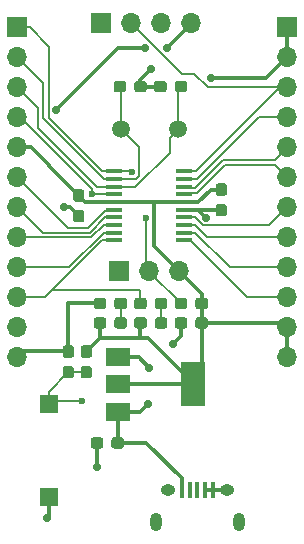
<source format=gbr>
%TF.GenerationSoftware,KiCad,Pcbnew,5.1.0*%
%TF.CreationDate,2019-06-23T04:01:33+08:00*%
%TF.ProjectId,stm32_fxp6,73746d33-325f-4667-9870-362e6b696361,rev?*%
%TF.SameCoordinates,Original*%
%TF.FileFunction,Copper,L1,Top*%
%TF.FilePolarity,Positive*%
%FSLAX46Y46*%
G04 Gerber Fmt 4.6, Leading zero omitted, Abs format (unit mm)*
G04 Created by KiCad (PCBNEW 5.1.0) date 2019-06-23 04:01:33*
%MOMM*%
%LPD*%
G04 APERTURE LIST*
%ADD10O,1.000000X1.550000*%
%ADD11O,1.250000X0.950000*%
%ADD12R,0.400000X1.350000*%
%ADD13O,1.700000X1.700000*%
%ADD14R,1.700000X1.700000*%
%ADD15R,1.500000X1.500000*%
%ADD16C,0.350000*%
%ADD17C,0.950000*%
%ADD18C,1.500000*%
%ADD19R,1.450000X0.450000*%
%ADD20R,2.000000X3.800000*%
%ADD21R,2.000000X1.500000*%
%ADD22C,0.700000*%
%ADD23C,0.600000*%
%ADD24C,0.300000*%
%ADD25C,0.200000*%
%ADD26C,0.350000*%
%ADD27C,0.300000*%
%ADD28O,0.500000X1.150000*%
%ADD29O,0.850000X0.550000*%
G04 APERTURE END LIST*
D10*
X85542000Y-73867000D03*
X78542000Y-73867000D03*
D11*
X84542000Y-71167000D03*
X79542000Y-71167000D03*
D12*
X83342000Y-71167000D03*
X82692000Y-71167000D03*
X82042000Y-71167000D03*
X81392000Y-71167000D03*
X80742000Y-71167000D03*
D13*
X66802000Y-59944000D03*
X66802000Y-57404000D03*
X66802000Y-54864000D03*
X66802000Y-52324000D03*
X66802000Y-49784000D03*
X66802000Y-47244000D03*
X66802000Y-44704000D03*
X66802000Y-42164000D03*
X66802000Y-39624000D03*
X66802000Y-37084000D03*
X66802000Y-34544000D03*
D14*
X66802000Y-32004000D03*
X89662000Y-32004000D03*
D13*
X89662000Y-34544000D03*
X89662000Y-37084000D03*
X89662000Y-39624000D03*
X89662000Y-42164000D03*
X89662000Y-44704000D03*
X89662000Y-47244000D03*
X89662000Y-49784000D03*
X89662000Y-52324000D03*
X89662000Y-54864000D03*
X89662000Y-57404000D03*
X89662000Y-59944000D03*
D15*
X69469000Y-63918000D03*
X69469000Y-71718000D03*
D16*
G36*
X72269779Y-47468144D02*
G01*
X72292834Y-47471563D01*
X72315443Y-47477227D01*
X72337387Y-47485079D01*
X72358457Y-47495044D01*
X72378448Y-47507026D01*
X72397168Y-47520910D01*
X72414438Y-47536562D01*
X72430090Y-47553832D01*
X72443974Y-47572552D01*
X72455956Y-47592543D01*
X72465921Y-47613613D01*
X72473773Y-47635557D01*
X72479437Y-47658166D01*
X72482856Y-47681221D01*
X72484000Y-47704500D01*
X72484000Y-48279500D01*
X72482856Y-48302779D01*
X72479437Y-48325834D01*
X72473773Y-48348443D01*
X72465921Y-48370387D01*
X72455956Y-48391457D01*
X72443974Y-48411448D01*
X72430090Y-48430168D01*
X72414438Y-48447438D01*
X72397168Y-48463090D01*
X72378448Y-48476974D01*
X72358457Y-48488956D01*
X72337387Y-48498921D01*
X72315443Y-48506773D01*
X72292834Y-48512437D01*
X72269779Y-48515856D01*
X72246500Y-48517000D01*
X71771500Y-48517000D01*
X71748221Y-48515856D01*
X71725166Y-48512437D01*
X71702557Y-48506773D01*
X71680613Y-48498921D01*
X71659543Y-48488956D01*
X71639552Y-48476974D01*
X71620832Y-48463090D01*
X71603562Y-48447438D01*
X71587910Y-48430168D01*
X71574026Y-48411448D01*
X71562044Y-48391457D01*
X71552079Y-48370387D01*
X71544227Y-48348443D01*
X71538563Y-48325834D01*
X71535144Y-48302779D01*
X71534000Y-48279500D01*
X71534000Y-47704500D01*
X71535144Y-47681221D01*
X71538563Y-47658166D01*
X71544227Y-47635557D01*
X71552079Y-47613613D01*
X71562044Y-47592543D01*
X71574026Y-47572552D01*
X71587910Y-47553832D01*
X71603562Y-47536562D01*
X71620832Y-47520910D01*
X71639552Y-47507026D01*
X71659543Y-47495044D01*
X71680613Y-47485079D01*
X71702557Y-47477227D01*
X71725166Y-47471563D01*
X71748221Y-47468144D01*
X71771500Y-47467000D01*
X72246500Y-47467000D01*
X72269779Y-47468144D01*
X72269779Y-47468144D01*
G37*
D17*
X72009000Y-47992000D03*
D16*
G36*
X72269779Y-45718144D02*
G01*
X72292834Y-45721563D01*
X72315443Y-45727227D01*
X72337387Y-45735079D01*
X72358457Y-45745044D01*
X72378448Y-45757026D01*
X72397168Y-45770910D01*
X72414438Y-45786562D01*
X72430090Y-45803832D01*
X72443974Y-45822552D01*
X72455956Y-45842543D01*
X72465921Y-45863613D01*
X72473773Y-45885557D01*
X72479437Y-45908166D01*
X72482856Y-45931221D01*
X72484000Y-45954500D01*
X72484000Y-46529500D01*
X72482856Y-46552779D01*
X72479437Y-46575834D01*
X72473773Y-46598443D01*
X72465921Y-46620387D01*
X72455956Y-46641457D01*
X72443974Y-46661448D01*
X72430090Y-46680168D01*
X72414438Y-46697438D01*
X72397168Y-46713090D01*
X72378448Y-46726974D01*
X72358457Y-46738956D01*
X72337387Y-46748921D01*
X72315443Y-46756773D01*
X72292834Y-46762437D01*
X72269779Y-46765856D01*
X72246500Y-46767000D01*
X71771500Y-46767000D01*
X71748221Y-46765856D01*
X71725166Y-46762437D01*
X71702557Y-46756773D01*
X71680613Y-46748921D01*
X71659543Y-46738956D01*
X71639552Y-46726974D01*
X71620832Y-46713090D01*
X71603562Y-46697438D01*
X71587910Y-46680168D01*
X71574026Y-46661448D01*
X71562044Y-46641457D01*
X71552079Y-46620387D01*
X71544227Y-46598443D01*
X71538563Y-46575834D01*
X71535144Y-46552779D01*
X71534000Y-46529500D01*
X71534000Y-45954500D01*
X71535144Y-45931221D01*
X71538563Y-45908166D01*
X71544227Y-45885557D01*
X71552079Y-45863613D01*
X71562044Y-45842543D01*
X71574026Y-45822552D01*
X71587910Y-45803832D01*
X71603562Y-45786562D01*
X71620832Y-45770910D01*
X71639552Y-45757026D01*
X71659543Y-45745044D01*
X71680613Y-45735079D01*
X71702557Y-45727227D01*
X71725166Y-45721563D01*
X71748221Y-45718144D01*
X71771500Y-45717000D01*
X72246500Y-45717000D01*
X72269779Y-45718144D01*
X72269779Y-45718144D01*
G37*
D17*
X72009000Y-46242000D03*
D16*
G36*
X75793767Y-36535672D02*
G01*
X75816822Y-36539091D01*
X75839431Y-36544755D01*
X75861375Y-36552607D01*
X75882445Y-36562572D01*
X75902436Y-36574554D01*
X75921156Y-36588438D01*
X75938426Y-36604090D01*
X75954078Y-36621360D01*
X75967962Y-36640080D01*
X75979944Y-36660071D01*
X75989909Y-36681141D01*
X75997761Y-36703085D01*
X76003425Y-36725694D01*
X76006844Y-36748749D01*
X76007988Y-36772028D01*
X76007988Y-37247028D01*
X76006844Y-37270307D01*
X76003425Y-37293362D01*
X75997761Y-37315971D01*
X75989909Y-37337915D01*
X75979944Y-37358985D01*
X75967962Y-37378976D01*
X75954078Y-37397696D01*
X75938426Y-37414966D01*
X75921156Y-37430618D01*
X75902436Y-37444502D01*
X75882445Y-37456484D01*
X75861375Y-37466449D01*
X75839431Y-37474301D01*
X75816822Y-37479965D01*
X75793767Y-37483384D01*
X75770488Y-37484528D01*
X75195488Y-37484528D01*
X75172209Y-37483384D01*
X75149154Y-37479965D01*
X75126545Y-37474301D01*
X75104601Y-37466449D01*
X75083531Y-37456484D01*
X75063540Y-37444502D01*
X75044820Y-37430618D01*
X75027550Y-37414966D01*
X75011898Y-37397696D01*
X74998014Y-37378976D01*
X74986032Y-37358985D01*
X74976067Y-37337915D01*
X74968215Y-37315971D01*
X74962551Y-37293362D01*
X74959132Y-37270307D01*
X74957988Y-37247028D01*
X74957988Y-36772028D01*
X74959132Y-36748749D01*
X74962551Y-36725694D01*
X74968215Y-36703085D01*
X74976067Y-36681141D01*
X74986032Y-36660071D01*
X74998014Y-36640080D01*
X75011898Y-36621360D01*
X75027550Y-36604090D01*
X75044820Y-36588438D01*
X75063540Y-36574554D01*
X75083531Y-36562572D01*
X75104601Y-36552607D01*
X75126545Y-36544755D01*
X75149154Y-36539091D01*
X75172209Y-36535672D01*
X75195488Y-36534528D01*
X75770488Y-36534528D01*
X75793767Y-36535672D01*
X75793767Y-36535672D01*
G37*
D17*
X75482988Y-37009528D03*
D16*
G36*
X77543767Y-36535672D02*
G01*
X77566822Y-36539091D01*
X77589431Y-36544755D01*
X77611375Y-36552607D01*
X77632445Y-36562572D01*
X77652436Y-36574554D01*
X77671156Y-36588438D01*
X77688426Y-36604090D01*
X77704078Y-36621360D01*
X77717962Y-36640080D01*
X77729944Y-36660071D01*
X77739909Y-36681141D01*
X77747761Y-36703085D01*
X77753425Y-36725694D01*
X77756844Y-36748749D01*
X77757988Y-36772028D01*
X77757988Y-37247028D01*
X77756844Y-37270307D01*
X77753425Y-37293362D01*
X77747761Y-37315971D01*
X77739909Y-37337915D01*
X77729944Y-37358985D01*
X77717962Y-37378976D01*
X77704078Y-37397696D01*
X77688426Y-37414966D01*
X77671156Y-37430618D01*
X77652436Y-37444502D01*
X77632445Y-37456484D01*
X77611375Y-37466449D01*
X77589431Y-37474301D01*
X77566822Y-37479965D01*
X77543767Y-37483384D01*
X77520488Y-37484528D01*
X76945488Y-37484528D01*
X76922209Y-37483384D01*
X76899154Y-37479965D01*
X76876545Y-37474301D01*
X76854601Y-37466449D01*
X76833531Y-37456484D01*
X76813540Y-37444502D01*
X76794820Y-37430618D01*
X76777550Y-37414966D01*
X76761898Y-37397696D01*
X76748014Y-37378976D01*
X76736032Y-37358985D01*
X76726067Y-37337915D01*
X76718215Y-37315971D01*
X76712551Y-37293362D01*
X76709132Y-37270307D01*
X76707988Y-37247028D01*
X76707988Y-36772028D01*
X76709132Y-36748749D01*
X76712551Y-36725694D01*
X76718215Y-36703085D01*
X76726067Y-36681141D01*
X76736032Y-36660071D01*
X76748014Y-36640080D01*
X76761898Y-36621360D01*
X76777550Y-36604090D01*
X76794820Y-36588438D01*
X76813540Y-36574554D01*
X76833531Y-36562572D01*
X76854601Y-36552607D01*
X76876545Y-36544755D01*
X76899154Y-36539091D01*
X76922209Y-36535672D01*
X76945488Y-36534528D01*
X77520488Y-36534528D01*
X77543767Y-36535672D01*
X77543767Y-36535672D01*
G37*
D17*
X77232988Y-37009528D03*
D16*
G36*
X79222767Y-36535672D02*
G01*
X79245822Y-36539091D01*
X79268431Y-36544755D01*
X79290375Y-36552607D01*
X79311445Y-36562572D01*
X79331436Y-36574554D01*
X79350156Y-36588438D01*
X79367426Y-36604090D01*
X79383078Y-36621360D01*
X79396962Y-36640080D01*
X79408944Y-36660071D01*
X79418909Y-36681141D01*
X79426761Y-36703085D01*
X79432425Y-36725694D01*
X79435844Y-36748749D01*
X79436988Y-36772028D01*
X79436988Y-37247028D01*
X79435844Y-37270307D01*
X79432425Y-37293362D01*
X79426761Y-37315971D01*
X79418909Y-37337915D01*
X79408944Y-37358985D01*
X79396962Y-37378976D01*
X79383078Y-37397696D01*
X79367426Y-37414966D01*
X79350156Y-37430618D01*
X79331436Y-37444502D01*
X79311445Y-37456484D01*
X79290375Y-37466449D01*
X79268431Y-37474301D01*
X79245822Y-37479965D01*
X79222767Y-37483384D01*
X79199488Y-37484528D01*
X78624488Y-37484528D01*
X78601209Y-37483384D01*
X78578154Y-37479965D01*
X78555545Y-37474301D01*
X78533601Y-37466449D01*
X78512531Y-37456484D01*
X78492540Y-37444502D01*
X78473820Y-37430618D01*
X78456550Y-37414966D01*
X78440898Y-37397696D01*
X78427014Y-37378976D01*
X78415032Y-37358985D01*
X78405067Y-37337915D01*
X78397215Y-37315971D01*
X78391551Y-37293362D01*
X78388132Y-37270307D01*
X78386988Y-37247028D01*
X78386988Y-36772028D01*
X78388132Y-36748749D01*
X78391551Y-36725694D01*
X78397215Y-36703085D01*
X78405067Y-36681141D01*
X78415032Y-36660071D01*
X78427014Y-36640080D01*
X78440898Y-36621360D01*
X78456550Y-36604090D01*
X78473820Y-36588438D01*
X78492540Y-36574554D01*
X78512531Y-36562572D01*
X78533601Y-36552607D01*
X78555545Y-36544755D01*
X78578154Y-36539091D01*
X78601209Y-36535672D01*
X78624488Y-36534528D01*
X79199488Y-36534528D01*
X79222767Y-36535672D01*
X79222767Y-36535672D01*
G37*
D17*
X78911988Y-37009528D03*
D16*
G36*
X80972767Y-36535672D02*
G01*
X80995822Y-36539091D01*
X81018431Y-36544755D01*
X81040375Y-36552607D01*
X81061445Y-36562572D01*
X81081436Y-36574554D01*
X81100156Y-36588438D01*
X81117426Y-36604090D01*
X81133078Y-36621360D01*
X81146962Y-36640080D01*
X81158944Y-36660071D01*
X81168909Y-36681141D01*
X81176761Y-36703085D01*
X81182425Y-36725694D01*
X81185844Y-36748749D01*
X81186988Y-36772028D01*
X81186988Y-37247028D01*
X81185844Y-37270307D01*
X81182425Y-37293362D01*
X81176761Y-37315971D01*
X81168909Y-37337915D01*
X81158944Y-37358985D01*
X81146962Y-37378976D01*
X81133078Y-37397696D01*
X81117426Y-37414966D01*
X81100156Y-37430618D01*
X81081436Y-37444502D01*
X81061445Y-37456484D01*
X81040375Y-37466449D01*
X81018431Y-37474301D01*
X80995822Y-37479965D01*
X80972767Y-37483384D01*
X80949488Y-37484528D01*
X80374488Y-37484528D01*
X80351209Y-37483384D01*
X80328154Y-37479965D01*
X80305545Y-37474301D01*
X80283601Y-37466449D01*
X80262531Y-37456484D01*
X80242540Y-37444502D01*
X80223820Y-37430618D01*
X80206550Y-37414966D01*
X80190898Y-37397696D01*
X80177014Y-37378976D01*
X80165032Y-37358985D01*
X80155067Y-37337915D01*
X80147215Y-37315971D01*
X80141551Y-37293362D01*
X80138132Y-37270307D01*
X80136988Y-37247028D01*
X80136988Y-36772028D01*
X80138132Y-36748749D01*
X80141551Y-36725694D01*
X80147215Y-36703085D01*
X80155067Y-36681141D01*
X80165032Y-36660071D01*
X80177014Y-36640080D01*
X80190898Y-36621360D01*
X80206550Y-36604090D01*
X80223820Y-36588438D01*
X80242540Y-36574554D01*
X80262531Y-36562572D01*
X80283601Y-36552607D01*
X80305545Y-36544755D01*
X80328154Y-36539091D01*
X80351209Y-36535672D01*
X80374488Y-36534528D01*
X80949488Y-36534528D01*
X80972767Y-36535672D01*
X80972767Y-36535672D01*
G37*
D17*
X80661988Y-37009528D03*
D16*
G36*
X71380779Y-58926144D02*
G01*
X71403834Y-58929563D01*
X71426443Y-58935227D01*
X71448387Y-58943079D01*
X71469457Y-58953044D01*
X71489448Y-58965026D01*
X71508168Y-58978910D01*
X71525438Y-58994562D01*
X71541090Y-59011832D01*
X71554974Y-59030552D01*
X71566956Y-59050543D01*
X71576921Y-59071613D01*
X71584773Y-59093557D01*
X71590437Y-59116166D01*
X71593856Y-59139221D01*
X71595000Y-59162500D01*
X71595000Y-59737500D01*
X71593856Y-59760779D01*
X71590437Y-59783834D01*
X71584773Y-59806443D01*
X71576921Y-59828387D01*
X71566956Y-59849457D01*
X71554974Y-59869448D01*
X71541090Y-59888168D01*
X71525438Y-59905438D01*
X71508168Y-59921090D01*
X71489448Y-59934974D01*
X71469457Y-59946956D01*
X71448387Y-59956921D01*
X71426443Y-59964773D01*
X71403834Y-59970437D01*
X71380779Y-59973856D01*
X71357500Y-59975000D01*
X70882500Y-59975000D01*
X70859221Y-59973856D01*
X70836166Y-59970437D01*
X70813557Y-59964773D01*
X70791613Y-59956921D01*
X70770543Y-59946956D01*
X70750552Y-59934974D01*
X70731832Y-59921090D01*
X70714562Y-59905438D01*
X70698910Y-59888168D01*
X70685026Y-59869448D01*
X70673044Y-59849457D01*
X70663079Y-59828387D01*
X70655227Y-59806443D01*
X70649563Y-59783834D01*
X70646144Y-59760779D01*
X70645000Y-59737500D01*
X70645000Y-59162500D01*
X70646144Y-59139221D01*
X70649563Y-59116166D01*
X70655227Y-59093557D01*
X70663079Y-59071613D01*
X70673044Y-59050543D01*
X70685026Y-59030552D01*
X70698910Y-59011832D01*
X70714562Y-58994562D01*
X70731832Y-58978910D01*
X70750552Y-58965026D01*
X70770543Y-58953044D01*
X70791613Y-58943079D01*
X70813557Y-58935227D01*
X70836166Y-58929563D01*
X70859221Y-58926144D01*
X70882500Y-58925000D01*
X71357500Y-58925000D01*
X71380779Y-58926144D01*
X71380779Y-58926144D01*
G37*
D17*
X71120000Y-59450000D03*
D16*
G36*
X71380779Y-60676144D02*
G01*
X71403834Y-60679563D01*
X71426443Y-60685227D01*
X71448387Y-60693079D01*
X71469457Y-60703044D01*
X71489448Y-60715026D01*
X71508168Y-60728910D01*
X71525438Y-60744562D01*
X71541090Y-60761832D01*
X71554974Y-60780552D01*
X71566956Y-60800543D01*
X71576921Y-60821613D01*
X71584773Y-60843557D01*
X71590437Y-60866166D01*
X71593856Y-60889221D01*
X71595000Y-60912500D01*
X71595000Y-61487500D01*
X71593856Y-61510779D01*
X71590437Y-61533834D01*
X71584773Y-61556443D01*
X71576921Y-61578387D01*
X71566956Y-61599457D01*
X71554974Y-61619448D01*
X71541090Y-61638168D01*
X71525438Y-61655438D01*
X71508168Y-61671090D01*
X71489448Y-61684974D01*
X71469457Y-61696956D01*
X71448387Y-61706921D01*
X71426443Y-61714773D01*
X71403834Y-61720437D01*
X71380779Y-61723856D01*
X71357500Y-61725000D01*
X70882500Y-61725000D01*
X70859221Y-61723856D01*
X70836166Y-61720437D01*
X70813557Y-61714773D01*
X70791613Y-61706921D01*
X70770543Y-61696956D01*
X70750552Y-61684974D01*
X70731832Y-61671090D01*
X70714562Y-61655438D01*
X70698910Y-61638168D01*
X70685026Y-61619448D01*
X70673044Y-61599457D01*
X70663079Y-61578387D01*
X70655227Y-61556443D01*
X70649563Y-61533834D01*
X70646144Y-61510779D01*
X70645000Y-61487500D01*
X70645000Y-60912500D01*
X70646144Y-60889221D01*
X70649563Y-60866166D01*
X70655227Y-60843557D01*
X70663079Y-60821613D01*
X70673044Y-60800543D01*
X70685026Y-60780552D01*
X70698910Y-60761832D01*
X70714562Y-60744562D01*
X70731832Y-60728910D01*
X70750552Y-60715026D01*
X70770543Y-60703044D01*
X70791613Y-60693079D01*
X70813557Y-60685227D01*
X70836166Y-60679563D01*
X70859221Y-60676144D01*
X70882500Y-60675000D01*
X71357500Y-60675000D01*
X71380779Y-60676144D01*
X71380779Y-60676144D01*
G37*
D17*
X71120000Y-61200000D03*
D16*
G36*
X73857779Y-66709144D02*
G01*
X73880834Y-66712563D01*
X73903443Y-66718227D01*
X73925387Y-66726079D01*
X73946457Y-66736044D01*
X73966448Y-66748026D01*
X73985168Y-66761910D01*
X74002438Y-66777562D01*
X74018090Y-66794832D01*
X74031974Y-66813552D01*
X74043956Y-66833543D01*
X74053921Y-66854613D01*
X74061773Y-66876557D01*
X74067437Y-66899166D01*
X74070856Y-66922221D01*
X74072000Y-66945500D01*
X74072000Y-67420500D01*
X74070856Y-67443779D01*
X74067437Y-67466834D01*
X74061773Y-67489443D01*
X74053921Y-67511387D01*
X74043956Y-67532457D01*
X74031974Y-67552448D01*
X74018090Y-67571168D01*
X74002438Y-67588438D01*
X73985168Y-67604090D01*
X73966448Y-67617974D01*
X73946457Y-67629956D01*
X73925387Y-67639921D01*
X73903443Y-67647773D01*
X73880834Y-67653437D01*
X73857779Y-67656856D01*
X73834500Y-67658000D01*
X73259500Y-67658000D01*
X73236221Y-67656856D01*
X73213166Y-67653437D01*
X73190557Y-67647773D01*
X73168613Y-67639921D01*
X73147543Y-67629956D01*
X73127552Y-67617974D01*
X73108832Y-67604090D01*
X73091562Y-67588438D01*
X73075910Y-67571168D01*
X73062026Y-67552448D01*
X73050044Y-67532457D01*
X73040079Y-67511387D01*
X73032227Y-67489443D01*
X73026563Y-67466834D01*
X73023144Y-67443779D01*
X73022000Y-67420500D01*
X73022000Y-66945500D01*
X73023144Y-66922221D01*
X73026563Y-66899166D01*
X73032227Y-66876557D01*
X73040079Y-66854613D01*
X73050044Y-66833543D01*
X73062026Y-66813552D01*
X73075910Y-66794832D01*
X73091562Y-66777562D01*
X73108832Y-66761910D01*
X73127552Y-66748026D01*
X73147543Y-66736044D01*
X73168613Y-66726079D01*
X73190557Y-66718227D01*
X73213166Y-66712563D01*
X73236221Y-66709144D01*
X73259500Y-66708000D01*
X73834500Y-66708000D01*
X73857779Y-66709144D01*
X73857779Y-66709144D01*
G37*
D17*
X73547000Y-67183000D03*
D16*
G36*
X75607779Y-66709144D02*
G01*
X75630834Y-66712563D01*
X75653443Y-66718227D01*
X75675387Y-66726079D01*
X75696457Y-66736044D01*
X75716448Y-66748026D01*
X75735168Y-66761910D01*
X75752438Y-66777562D01*
X75768090Y-66794832D01*
X75781974Y-66813552D01*
X75793956Y-66833543D01*
X75803921Y-66854613D01*
X75811773Y-66876557D01*
X75817437Y-66899166D01*
X75820856Y-66922221D01*
X75822000Y-66945500D01*
X75822000Y-67420500D01*
X75820856Y-67443779D01*
X75817437Y-67466834D01*
X75811773Y-67489443D01*
X75803921Y-67511387D01*
X75793956Y-67532457D01*
X75781974Y-67552448D01*
X75768090Y-67571168D01*
X75752438Y-67588438D01*
X75735168Y-67604090D01*
X75716448Y-67617974D01*
X75696457Y-67629956D01*
X75675387Y-67639921D01*
X75653443Y-67647773D01*
X75630834Y-67653437D01*
X75607779Y-67656856D01*
X75584500Y-67658000D01*
X75009500Y-67658000D01*
X74986221Y-67656856D01*
X74963166Y-67653437D01*
X74940557Y-67647773D01*
X74918613Y-67639921D01*
X74897543Y-67629956D01*
X74877552Y-67617974D01*
X74858832Y-67604090D01*
X74841562Y-67588438D01*
X74825910Y-67571168D01*
X74812026Y-67552448D01*
X74800044Y-67532457D01*
X74790079Y-67511387D01*
X74782227Y-67489443D01*
X74776563Y-67466834D01*
X74773144Y-67443779D01*
X74772000Y-67420500D01*
X74772000Y-66945500D01*
X74773144Y-66922221D01*
X74776563Y-66899166D01*
X74782227Y-66876557D01*
X74790079Y-66854613D01*
X74800044Y-66833543D01*
X74812026Y-66813552D01*
X74825910Y-66794832D01*
X74841562Y-66777562D01*
X74858832Y-66761910D01*
X74877552Y-66748026D01*
X74897543Y-66736044D01*
X74918613Y-66726079D01*
X74940557Y-66718227D01*
X74963166Y-66712563D01*
X74986221Y-66709144D01*
X75009500Y-66708000D01*
X75584500Y-66708000D01*
X75607779Y-66709144D01*
X75607779Y-66709144D01*
G37*
D17*
X75297000Y-67183000D03*
D16*
G36*
X80969779Y-56549144D02*
G01*
X80992834Y-56552563D01*
X81015443Y-56558227D01*
X81037387Y-56566079D01*
X81058457Y-56576044D01*
X81078448Y-56588026D01*
X81097168Y-56601910D01*
X81114438Y-56617562D01*
X81130090Y-56634832D01*
X81143974Y-56653552D01*
X81155956Y-56673543D01*
X81165921Y-56694613D01*
X81173773Y-56716557D01*
X81179437Y-56739166D01*
X81182856Y-56762221D01*
X81184000Y-56785500D01*
X81184000Y-57260500D01*
X81182856Y-57283779D01*
X81179437Y-57306834D01*
X81173773Y-57329443D01*
X81165921Y-57351387D01*
X81155956Y-57372457D01*
X81143974Y-57392448D01*
X81130090Y-57411168D01*
X81114438Y-57428438D01*
X81097168Y-57444090D01*
X81078448Y-57457974D01*
X81058457Y-57469956D01*
X81037387Y-57479921D01*
X81015443Y-57487773D01*
X80992834Y-57493437D01*
X80969779Y-57496856D01*
X80946500Y-57498000D01*
X80371500Y-57498000D01*
X80348221Y-57496856D01*
X80325166Y-57493437D01*
X80302557Y-57487773D01*
X80280613Y-57479921D01*
X80259543Y-57469956D01*
X80239552Y-57457974D01*
X80220832Y-57444090D01*
X80203562Y-57428438D01*
X80187910Y-57411168D01*
X80174026Y-57392448D01*
X80162044Y-57372457D01*
X80152079Y-57351387D01*
X80144227Y-57329443D01*
X80138563Y-57306834D01*
X80135144Y-57283779D01*
X80134000Y-57260500D01*
X80134000Y-56785500D01*
X80135144Y-56762221D01*
X80138563Y-56739166D01*
X80144227Y-56716557D01*
X80152079Y-56694613D01*
X80162044Y-56673543D01*
X80174026Y-56653552D01*
X80187910Y-56634832D01*
X80203562Y-56617562D01*
X80220832Y-56601910D01*
X80239552Y-56588026D01*
X80259543Y-56576044D01*
X80280613Y-56566079D01*
X80302557Y-56558227D01*
X80325166Y-56552563D01*
X80348221Y-56549144D01*
X80371500Y-56548000D01*
X80946500Y-56548000D01*
X80969779Y-56549144D01*
X80969779Y-56549144D01*
G37*
D17*
X80659000Y-57023000D03*
D16*
G36*
X82719779Y-56549144D02*
G01*
X82742834Y-56552563D01*
X82765443Y-56558227D01*
X82787387Y-56566079D01*
X82808457Y-56576044D01*
X82828448Y-56588026D01*
X82847168Y-56601910D01*
X82864438Y-56617562D01*
X82880090Y-56634832D01*
X82893974Y-56653552D01*
X82905956Y-56673543D01*
X82915921Y-56694613D01*
X82923773Y-56716557D01*
X82929437Y-56739166D01*
X82932856Y-56762221D01*
X82934000Y-56785500D01*
X82934000Y-57260500D01*
X82932856Y-57283779D01*
X82929437Y-57306834D01*
X82923773Y-57329443D01*
X82915921Y-57351387D01*
X82905956Y-57372457D01*
X82893974Y-57392448D01*
X82880090Y-57411168D01*
X82864438Y-57428438D01*
X82847168Y-57444090D01*
X82828448Y-57457974D01*
X82808457Y-57469956D01*
X82787387Y-57479921D01*
X82765443Y-57487773D01*
X82742834Y-57493437D01*
X82719779Y-57496856D01*
X82696500Y-57498000D01*
X82121500Y-57498000D01*
X82098221Y-57496856D01*
X82075166Y-57493437D01*
X82052557Y-57487773D01*
X82030613Y-57479921D01*
X82009543Y-57469956D01*
X81989552Y-57457974D01*
X81970832Y-57444090D01*
X81953562Y-57428438D01*
X81937910Y-57411168D01*
X81924026Y-57392448D01*
X81912044Y-57372457D01*
X81902079Y-57351387D01*
X81894227Y-57329443D01*
X81888563Y-57306834D01*
X81885144Y-57283779D01*
X81884000Y-57260500D01*
X81884000Y-56785500D01*
X81885144Y-56762221D01*
X81888563Y-56739166D01*
X81894227Y-56716557D01*
X81902079Y-56694613D01*
X81912044Y-56673543D01*
X81924026Y-56653552D01*
X81937910Y-56634832D01*
X81953562Y-56617562D01*
X81970832Y-56601910D01*
X81989552Y-56588026D01*
X82009543Y-56576044D01*
X82030613Y-56566079D01*
X82052557Y-56558227D01*
X82075166Y-56552563D01*
X82098221Y-56549144D01*
X82121500Y-56548000D01*
X82696500Y-56548000D01*
X82719779Y-56549144D01*
X82719779Y-56549144D01*
G37*
D17*
X82409000Y-57023000D03*
D16*
G36*
X84334779Y-46960144D02*
G01*
X84357834Y-46963563D01*
X84380443Y-46969227D01*
X84402387Y-46977079D01*
X84423457Y-46987044D01*
X84443448Y-46999026D01*
X84462168Y-47012910D01*
X84479438Y-47028562D01*
X84495090Y-47045832D01*
X84508974Y-47064552D01*
X84520956Y-47084543D01*
X84530921Y-47105613D01*
X84538773Y-47127557D01*
X84544437Y-47150166D01*
X84547856Y-47173221D01*
X84549000Y-47196500D01*
X84549000Y-47771500D01*
X84547856Y-47794779D01*
X84544437Y-47817834D01*
X84538773Y-47840443D01*
X84530921Y-47862387D01*
X84520956Y-47883457D01*
X84508974Y-47903448D01*
X84495090Y-47922168D01*
X84479438Y-47939438D01*
X84462168Y-47955090D01*
X84443448Y-47968974D01*
X84423457Y-47980956D01*
X84402387Y-47990921D01*
X84380443Y-47998773D01*
X84357834Y-48004437D01*
X84334779Y-48007856D01*
X84311500Y-48009000D01*
X83836500Y-48009000D01*
X83813221Y-48007856D01*
X83790166Y-48004437D01*
X83767557Y-47998773D01*
X83745613Y-47990921D01*
X83724543Y-47980956D01*
X83704552Y-47968974D01*
X83685832Y-47955090D01*
X83668562Y-47939438D01*
X83652910Y-47922168D01*
X83639026Y-47903448D01*
X83627044Y-47883457D01*
X83617079Y-47862387D01*
X83609227Y-47840443D01*
X83603563Y-47817834D01*
X83600144Y-47794779D01*
X83599000Y-47771500D01*
X83599000Y-47196500D01*
X83600144Y-47173221D01*
X83603563Y-47150166D01*
X83609227Y-47127557D01*
X83617079Y-47105613D01*
X83627044Y-47084543D01*
X83639026Y-47064552D01*
X83652910Y-47045832D01*
X83668562Y-47028562D01*
X83685832Y-47012910D01*
X83704552Y-46999026D01*
X83724543Y-46987044D01*
X83745613Y-46977079D01*
X83767557Y-46969227D01*
X83790166Y-46963563D01*
X83813221Y-46960144D01*
X83836500Y-46959000D01*
X84311500Y-46959000D01*
X84334779Y-46960144D01*
X84334779Y-46960144D01*
G37*
D17*
X84074000Y-47484000D03*
D16*
G36*
X84334779Y-45210144D02*
G01*
X84357834Y-45213563D01*
X84380443Y-45219227D01*
X84402387Y-45227079D01*
X84423457Y-45237044D01*
X84443448Y-45249026D01*
X84462168Y-45262910D01*
X84479438Y-45278562D01*
X84495090Y-45295832D01*
X84508974Y-45314552D01*
X84520956Y-45334543D01*
X84530921Y-45355613D01*
X84538773Y-45377557D01*
X84544437Y-45400166D01*
X84547856Y-45423221D01*
X84549000Y-45446500D01*
X84549000Y-46021500D01*
X84547856Y-46044779D01*
X84544437Y-46067834D01*
X84538773Y-46090443D01*
X84530921Y-46112387D01*
X84520956Y-46133457D01*
X84508974Y-46153448D01*
X84495090Y-46172168D01*
X84479438Y-46189438D01*
X84462168Y-46205090D01*
X84443448Y-46218974D01*
X84423457Y-46230956D01*
X84402387Y-46240921D01*
X84380443Y-46248773D01*
X84357834Y-46254437D01*
X84334779Y-46257856D01*
X84311500Y-46259000D01*
X83836500Y-46259000D01*
X83813221Y-46257856D01*
X83790166Y-46254437D01*
X83767557Y-46248773D01*
X83745613Y-46240921D01*
X83724543Y-46230956D01*
X83704552Y-46218974D01*
X83685832Y-46205090D01*
X83668562Y-46189438D01*
X83652910Y-46172168D01*
X83639026Y-46153448D01*
X83627044Y-46133457D01*
X83617079Y-46112387D01*
X83609227Y-46090443D01*
X83603563Y-46067834D01*
X83600144Y-46044779D01*
X83599000Y-46021500D01*
X83599000Y-45446500D01*
X83600144Y-45423221D01*
X83603563Y-45400166D01*
X83609227Y-45377557D01*
X83617079Y-45355613D01*
X83627044Y-45334543D01*
X83639026Y-45314552D01*
X83652910Y-45295832D01*
X83668562Y-45278562D01*
X83685832Y-45262910D01*
X83704552Y-45249026D01*
X83724543Y-45237044D01*
X83745613Y-45227079D01*
X83767557Y-45219227D01*
X83790166Y-45213563D01*
X83813221Y-45210144D01*
X83836500Y-45209000D01*
X84311500Y-45209000D01*
X84334779Y-45210144D01*
X84334779Y-45210144D01*
G37*
D17*
X84074000Y-45734000D03*
D14*
X75438000Y-52641500D03*
D13*
X77978000Y-52641500D03*
X80518000Y-52641500D03*
D14*
X73914000Y-31623000D03*
D13*
X76454000Y-31623000D03*
X78994000Y-31623000D03*
X81534000Y-31623000D03*
D18*
X75565000Y-40640000D03*
X80445000Y-40640000D03*
D16*
G36*
X75861779Y-54898144D02*
G01*
X75884834Y-54901563D01*
X75907443Y-54907227D01*
X75929387Y-54915079D01*
X75950457Y-54925044D01*
X75970448Y-54937026D01*
X75989168Y-54950910D01*
X76006438Y-54966562D01*
X76022090Y-54983832D01*
X76035974Y-55002552D01*
X76047956Y-55022543D01*
X76057921Y-55043613D01*
X76065773Y-55065557D01*
X76071437Y-55088166D01*
X76074856Y-55111221D01*
X76076000Y-55134500D01*
X76076000Y-55609500D01*
X76074856Y-55632779D01*
X76071437Y-55655834D01*
X76065773Y-55678443D01*
X76057921Y-55700387D01*
X76047956Y-55721457D01*
X76035974Y-55741448D01*
X76022090Y-55760168D01*
X76006438Y-55777438D01*
X75989168Y-55793090D01*
X75970448Y-55806974D01*
X75950457Y-55818956D01*
X75929387Y-55828921D01*
X75907443Y-55836773D01*
X75884834Y-55842437D01*
X75861779Y-55845856D01*
X75838500Y-55847000D01*
X75263500Y-55847000D01*
X75240221Y-55845856D01*
X75217166Y-55842437D01*
X75194557Y-55836773D01*
X75172613Y-55828921D01*
X75151543Y-55818956D01*
X75131552Y-55806974D01*
X75112832Y-55793090D01*
X75095562Y-55777438D01*
X75079910Y-55760168D01*
X75066026Y-55741448D01*
X75054044Y-55721457D01*
X75044079Y-55700387D01*
X75036227Y-55678443D01*
X75030563Y-55655834D01*
X75027144Y-55632779D01*
X75026000Y-55609500D01*
X75026000Y-55134500D01*
X75027144Y-55111221D01*
X75030563Y-55088166D01*
X75036227Y-55065557D01*
X75044079Y-55043613D01*
X75054044Y-55022543D01*
X75066026Y-55002552D01*
X75079910Y-54983832D01*
X75095562Y-54966562D01*
X75112832Y-54950910D01*
X75131552Y-54937026D01*
X75151543Y-54925044D01*
X75172613Y-54915079D01*
X75194557Y-54907227D01*
X75217166Y-54901563D01*
X75240221Y-54898144D01*
X75263500Y-54897000D01*
X75838500Y-54897000D01*
X75861779Y-54898144D01*
X75861779Y-54898144D01*
G37*
D17*
X75551000Y-55372000D03*
D16*
G36*
X74111779Y-54898144D02*
G01*
X74134834Y-54901563D01*
X74157443Y-54907227D01*
X74179387Y-54915079D01*
X74200457Y-54925044D01*
X74220448Y-54937026D01*
X74239168Y-54950910D01*
X74256438Y-54966562D01*
X74272090Y-54983832D01*
X74285974Y-55002552D01*
X74297956Y-55022543D01*
X74307921Y-55043613D01*
X74315773Y-55065557D01*
X74321437Y-55088166D01*
X74324856Y-55111221D01*
X74326000Y-55134500D01*
X74326000Y-55609500D01*
X74324856Y-55632779D01*
X74321437Y-55655834D01*
X74315773Y-55678443D01*
X74307921Y-55700387D01*
X74297956Y-55721457D01*
X74285974Y-55741448D01*
X74272090Y-55760168D01*
X74256438Y-55777438D01*
X74239168Y-55793090D01*
X74220448Y-55806974D01*
X74200457Y-55818956D01*
X74179387Y-55828921D01*
X74157443Y-55836773D01*
X74134834Y-55842437D01*
X74111779Y-55845856D01*
X74088500Y-55847000D01*
X73513500Y-55847000D01*
X73490221Y-55845856D01*
X73467166Y-55842437D01*
X73444557Y-55836773D01*
X73422613Y-55828921D01*
X73401543Y-55818956D01*
X73381552Y-55806974D01*
X73362832Y-55793090D01*
X73345562Y-55777438D01*
X73329910Y-55760168D01*
X73316026Y-55741448D01*
X73304044Y-55721457D01*
X73294079Y-55700387D01*
X73286227Y-55678443D01*
X73280563Y-55655834D01*
X73277144Y-55632779D01*
X73276000Y-55609500D01*
X73276000Y-55134500D01*
X73277144Y-55111221D01*
X73280563Y-55088166D01*
X73286227Y-55065557D01*
X73294079Y-55043613D01*
X73304044Y-55022543D01*
X73316026Y-55002552D01*
X73329910Y-54983832D01*
X73345562Y-54966562D01*
X73362832Y-54950910D01*
X73381552Y-54937026D01*
X73401543Y-54925044D01*
X73422613Y-54915079D01*
X73444557Y-54907227D01*
X73467166Y-54901563D01*
X73490221Y-54898144D01*
X73513500Y-54897000D01*
X74088500Y-54897000D01*
X74111779Y-54898144D01*
X74111779Y-54898144D01*
G37*
D17*
X73801000Y-55372000D03*
D16*
G36*
X77540779Y-54898144D02*
G01*
X77563834Y-54901563D01*
X77586443Y-54907227D01*
X77608387Y-54915079D01*
X77629457Y-54925044D01*
X77649448Y-54937026D01*
X77668168Y-54950910D01*
X77685438Y-54966562D01*
X77701090Y-54983832D01*
X77714974Y-55002552D01*
X77726956Y-55022543D01*
X77736921Y-55043613D01*
X77744773Y-55065557D01*
X77750437Y-55088166D01*
X77753856Y-55111221D01*
X77755000Y-55134500D01*
X77755000Y-55609500D01*
X77753856Y-55632779D01*
X77750437Y-55655834D01*
X77744773Y-55678443D01*
X77736921Y-55700387D01*
X77726956Y-55721457D01*
X77714974Y-55741448D01*
X77701090Y-55760168D01*
X77685438Y-55777438D01*
X77668168Y-55793090D01*
X77649448Y-55806974D01*
X77629457Y-55818956D01*
X77608387Y-55828921D01*
X77586443Y-55836773D01*
X77563834Y-55842437D01*
X77540779Y-55845856D01*
X77517500Y-55847000D01*
X76942500Y-55847000D01*
X76919221Y-55845856D01*
X76896166Y-55842437D01*
X76873557Y-55836773D01*
X76851613Y-55828921D01*
X76830543Y-55818956D01*
X76810552Y-55806974D01*
X76791832Y-55793090D01*
X76774562Y-55777438D01*
X76758910Y-55760168D01*
X76745026Y-55741448D01*
X76733044Y-55721457D01*
X76723079Y-55700387D01*
X76715227Y-55678443D01*
X76709563Y-55655834D01*
X76706144Y-55632779D01*
X76705000Y-55609500D01*
X76705000Y-55134500D01*
X76706144Y-55111221D01*
X76709563Y-55088166D01*
X76715227Y-55065557D01*
X76723079Y-55043613D01*
X76733044Y-55022543D01*
X76745026Y-55002552D01*
X76758910Y-54983832D01*
X76774562Y-54966562D01*
X76791832Y-54950910D01*
X76810552Y-54937026D01*
X76830543Y-54925044D01*
X76851613Y-54915079D01*
X76873557Y-54907227D01*
X76896166Y-54901563D01*
X76919221Y-54898144D01*
X76942500Y-54897000D01*
X77517500Y-54897000D01*
X77540779Y-54898144D01*
X77540779Y-54898144D01*
G37*
D17*
X77230000Y-55372000D03*
D16*
G36*
X79290779Y-54898144D02*
G01*
X79313834Y-54901563D01*
X79336443Y-54907227D01*
X79358387Y-54915079D01*
X79379457Y-54925044D01*
X79399448Y-54937026D01*
X79418168Y-54950910D01*
X79435438Y-54966562D01*
X79451090Y-54983832D01*
X79464974Y-55002552D01*
X79476956Y-55022543D01*
X79486921Y-55043613D01*
X79494773Y-55065557D01*
X79500437Y-55088166D01*
X79503856Y-55111221D01*
X79505000Y-55134500D01*
X79505000Y-55609500D01*
X79503856Y-55632779D01*
X79500437Y-55655834D01*
X79494773Y-55678443D01*
X79486921Y-55700387D01*
X79476956Y-55721457D01*
X79464974Y-55741448D01*
X79451090Y-55760168D01*
X79435438Y-55777438D01*
X79418168Y-55793090D01*
X79399448Y-55806974D01*
X79379457Y-55818956D01*
X79358387Y-55828921D01*
X79336443Y-55836773D01*
X79313834Y-55842437D01*
X79290779Y-55845856D01*
X79267500Y-55847000D01*
X78692500Y-55847000D01*
X78669221Y-55845856D01*
X78646166Y-55842437D01*
X78623557Y-55836773D01*
X78601613Y-55828921D01*
X78580543Y-55818956D01*
X78560552Y-55806974D01*
X78541832Y-55793090D01*
X78524562Y-55777438D01*
X78508910Y-55760168D01*
X78495026Y-55741448D01*
X78483044Y-55721457D01*
X78473079Y-55700387D01*
X78465227Y-55678443D01*
X78459563Y-55655834D01*
X78456144Y-55632779D01*
X78455000Y-55609500D01*
X78455000Y-55134500D01*
X78456144Y-55111221D01*
X78459563Y-55088166D01*
X78465227Y-55065557D01*
X78473079Y-55043613D01*
X78483044Y-55022543D01*
X78495026Y-55002552D01*
X78508910Y-54983832D01*
X78524562Y-54966562D01*
X78541832Y-54950910D01*
X78560552Y-54937026D01*
X78580543Y-54925044D01*
X78601613Y-54915079D01*
X78623557Y-54907227D01*
X78646166Y-54901563D01*
X78669221Y-54898144D01*
X78692500Y-54897000D01*
X79267500Y-54897000D01*
X79290779Y-54898144D01*
X79290779Y-54898144D01*
G37*
D17*
X78980000Y-55372000D03*
D19*
X75028000Y-44192000D03*
X75028000Y-44842000D03*
X75028000Y-45492000D03*
X75028000Y-46142000D03*
X75028000Y-46792000D03*
X75028000Y-47442000D03*
X75028000Y-48092000D03*
X75028000Y-48742000D03*
X75028000Y-49392000D03*
X75028000Y-50042000D03*
X80928000Y-50042000D03*
X80928000Y-49392000D03*
X80928000Y-48742000D03*
X80928000Y-48092000D03*
X80928000Y-47442000D03*
X80928000Y-46792000D03*
X80928000Y-46142000D03*
X80928000Y-45492000D03*
X80928000Y-44842000D03*
X80928000Y-44192000D03*
D20*
X81636000Y-62230000D03*
D21*
X75336000Y-62230000D03*
X75336000Y-64530000D03*
X75336000Y-59930000D03*
D16*
G36*
X74111779Y-56549144D02*
G01*
X74134834Y-56552563D01*
X74157443Y-56558227D01*
X74179387Y-56566079D01*
X74200457Y-56576044D01*
X74220448Y-56588026D01*
X74239168Y-56601910D01*
X74256438Y-56617562D01*
X74272090Y-56634832D01*
X74285974Y-56653552D01*
X74297956Y-56673543D01*
X74307921Y-56694613D01*
X74315773Y-56716557D01*
X74321437Y-56739166D01*
X74324856Y-56762221D01*
X74326000Y-56785500D01*
X74326000Y-57260500D01*
X74324856Y-57283779D01*
X74321437Y-57306834D01*
X74315773Y-57329443D01*
X74307921Y-57351387D01*
X74297956Y-57372457D01*
X74285974Y-57392448D01*
X74272090Y-57411168D01*
X74256438Y-57428438D01*
X74239168Y-57444090D01*
X74220448Y-57457974D01*
X74200457Y-57469956D01*
X74179387Y-57479921D01*
X74157443Y-57487773D01*
X74134834Y-57493437D01*
X74111779Y-57496856D01*
X74088500Y-57498000D01*
X73513500Y-57498000D01*
X73490221Y-57496856D01*
X73467166Y-57493437D01*
X73444557Y-57487773D01*
X73422613Y-57479921D01*
X73401543Y-57469956D01*
X73381552Y-57457974D01*
X73362832Y-57444090D01*
X73345562Y-57428438D01*
X73329910Y-57411168D01*
X73316026Y-57392448D01*
X73304044Y-57372457D01*
X73294079Y-57351387D01*
X73286227Y-57329443D01*
X73280563Y-57306834D01*
X73277144Y-57283779D01*
X73276000Y-57260500D01*
X73276000Y-56785500D01*
X73277144Y-56762221D01*
X73280563Y-56739166D01*
X73286227Y-56716557D01*
X73294079Y-56694613D01*
X73304044Y-56673543D01*
X73316026Y-56653552D01*
X73329910Y-56634832D01*
X73345562Y-56617562D01*
X73362832Y-56601910D01*
X73381552Y-56588026D01*
X73401543Y-56576044D01*
X73422613Y-56566079D01*
X73444557Y-56558227D01*
X73467166Y-56552563D01*
X73490221Y-56549144D01*
X73513500Y-56548000D01*
X74088500Y-56548000D01*
X74111779Y-56549144D01*
X74111779Y-56549144D01*
G37*
D17*
X73801000Y-57023000D03*
D16*
G36*
X75861779Y-56549144D02*
G01*
X75884834Y-56552563D01*
X75907443Y-56558227D01*
X75929387Y-56566079D01*
X75950457Y-56576044D01*
X75970448Y-56588026D01*
X75989168Y-56601910D01*
X76006438Y-56617562D01*
X76022090Y-56634832D01*
X76035974Y-56653552D01*
X76047956Y-56673543D01*
X76057921Y-56694613D01*
X76065773Y-56716557D01*
X76071437Y-56739166D01*
X76074856Y-56762221D01*
X76076000Y-56785500D01*
X76076000Y-57260500D01*
X76074856Y-57283779D01*
X76071437Y-57306834D01*
X76065773Y-57329443D01*
X76057921Y-57351387D01*
X76047956Y-57372457D01*
X76035974Y-57392448D01*
X76022090Y-57411168D01*
X76006438Y-57428438D01*
X75989168Y-57444090D01*
X75970448Y-57457974D01*
X75950457Y-57469956D01*
X75929387Y-57479921D01*
X75907443Y-57487773D01*
X75884834Y-57493437D01*
X75861779Y-57496856D01*
X75838500Y-57498000D01*
X75263500Y-57498000D01*
X75240221Y-57496856D01*
X75217166Y-57493437D01*
X75194557Y-57487773D01*
X75172613Y-57479921D01*
X75151543Y-57469956D01*
X75131552Y-57457974D01*
X75112832Y-57444090D01*
X75095562Y-57428438D01*
X75079910Y-57411168D01*
X75066026Y-57392448D01*
X75054044Y-57372457D01*
X75044079Y-57351387D01*
X75036227Y-57329443D01*
X75030563Y-57306834D01*
X75027144Y-57283779D01*
X75026000Y-57260500D01*
X75026000Y-56785500D01*
X75027144Y-56762221D01*
X75030563Y-56739166D01*
X75036227Y-56716557D01*
X75044079Y-56694613D01*
X75054044Y-56673543D01*
X75066026Y-56653552D01*
X75079910Y-56634832D01*
X75095562Y-56617562D01*
X75112832Y-56601910D01*
X75131552Y-56588026D01*
X75151543Y-56576044D01*
X75172613Y-56566079D01*
X75194557Y-56558227D01*
X75217166Y-56552563D01*
X75240221Y-56549144D01*
X75263500Y-56548000D01*
X75838500Y-56548000D01*
X75861779Y-56549144D01*
X75861779Y-56549144D01*
G37*
D17*
X75551000Y-57023000D03*
D16*
G36*
X82719779Y-54898144D02*
G01*
X82742834Y-54901563D01*
X82765443Y-54907227D01*
X82787387Y-54915079D01*
X82808457Y-54925044D01*
X82828448Y-54937026D01*
X82847168Y-54950910D01*
X82864438Y-54966562D01*
X82880090Y-54983832D01*
X82893974Y-55002552D01*
X82905956Y-55022543D01*
X82915921Y-55043613D01*
X82923773Y-55065557D01*
X82929437Y-55088166D01*
X82932856Y-55111221D01*
X82934000Y-55134500D01*
X82934000Y-55609500D01*
X82932856Y-55632779D01*
X82929437Y-55655834D01*
X82923773Y-55678443D01*
X82915921Y-55700387D01*
X82905956Y-55721457D01*
X82893974Y-55741448D01*
X82880090Y-55760168D01*
X82864438Y-55777438D01*
X82847168Y-55793090D01*
X82828448Y-55806974D01*
X82808457Y-55818956D01*
X82787387Y-55828921D01*
X82765443Y-55836773D01*
X82742834Y-55842437D01*
X82719779Y-55845856D01*
X82696500Y-55847000D01*
X82121500Y-55847000D01*
X82098221Y-55845856D01*
X82075166Y-55842437D01*
X82052557Y-55836773D01*
X82030613Y-55828921D01*
X82009543Y-55818956D01*
X81989552Y-55806974D01*
X81970832Y-55793090D01*
X81953562Y-55777438D01*
X81937910Y-55760168D01*
X81924026Y-55741448D01*
X81912044Y-55721457D01*
X81902079Y-55700387D01*
X81894227Y-55678443D01*
X81888563Y-55655834D01*
X81885144Y-55632779D01*
X81884000Y-55609500D01*
X81884000Y-55134500D01*
X81885144Y-55111221D01*
X81888563Y-55088166D01*
X81894227Y-55065557D01*
X81902079Y-55043613D01*
X81912044Y-55022543D01*
X81924026Y-55002552D01*
X81937910Y-54983832D01*
X81953562Y-54966562D01*
X81970832Y-54950910D01*
X81989552Y-54937026D01*
X82009543Y-54925044D01*
X82030613Y-54915079D01*
X82052557Y-54907227D01*
X82075166Y-54901563D01*
X82098221Y-54898144D01*
X82121500Y-54897000D01*
X82696500Y-54897000D01*
X82719779Y-54898144D01*
X82719779Y-54898144D01*
G37*
D17*
X82409000Y-55372000D03*
D16*
G36*
X80969779Y-54898144D02*
G01*
X80992834Y-54901563D01*
X81015443Y-54907227D01*
X81037387Y-54915079D01*
X81058457Y-54925044D01*
X81078448Y-54937026D01*
X81097168Y-54950910D01*
X81114438Y-54966562D01*
X81130090Y-54983832D01*
X81143974Y-55002552D01*
X81155956Y-55022543D01*
X81165921Y-55043613D01*
X81173773Y-55065557D01*
X81179437Y-55088166D01*
X81182856Y-55111221D01*
X81184000Y-55134500D01*
X81184000Y-55609500D01*
X81182856Y-55632779D01*
X81179437Y-55655834D01*
X81173773Y-55678443D01*
X81165921Y-55700387D01*
X81155956Y-55721457D01*
X81143974Y-55741448D01*
X81130090Y-55760168D01*
X81114438Y-55777438D01*
X81097168Y-55793090D01*
X81078448Y-55806974D01*
X81058457Y-55818956D01*
X81037387Y-55828921D01*
X81015443Y-55836773D01*
X80992834Y-55842437D01*
X80969779Y-55845856D01*
X80946500Y-55847000D01*
X80371500Y-55847000D01*
X80348221Y-55845856D01*
X80325166Y-55842437D01*
X80302557Y-55836773D01*
X80280613Y-55828921D01*
X80259543Y-55818956D01*
X80239552Y-55806974D01*
X80220832Y-55793090D01*
X80203562Y-55777438D01*
X80187910Y-55760168D01*
X80174026Y-55741448D01*
X80162044Y-55721457D01*
X80152079Y-55700387D01*
X80144227Y-55678443D01*
X80138563Y-55655834D01*
X80135144Y-55632779D01*
X80134000Y-55609500D01*
X80134000Y-55134500D01*
X80135144Y-55111221D01*
X80138563Y-55088166D01*
X80144227Y-55065557D01*
X80152079Y-55043613D01*
X80162044Y-55022543D01*
X80174026Y-55002552D01*
X80187910Y-54983832D01*
X80203562Y-54966562D01*
X80220832Y-54950910D01*
X80239552Y-54937026D01*
X80259543Y-54925044D01*
X80280613Y-54915079D01*
X80302557Y-54907227D01*
X80325166Y-54901563D01*
X80348221Y-54898144D01*
X80371500Y-54897000D01*
X80946500Y-54897000D01*
X80969779Y-54898144D01*
X80969779Y-54898144D01*
G37*
D17*
X80659000Y-55372000D03*
D16*
G36*
X72904779Y-60676144D02*
G01*
X72927834Y-60679563D01*
X72950443Y-60685227D01*
X72972387Y-60693079D01*
X72993457Y-60703044D01*
X73013448Y-60715026D01*
X73032168Y-60728910D01*
X73049438Y-60744562D01*
X73065090Y-60761832D01*
X73078974Y-60780552D01*
X73090956Y-60800543D01*
X73100921Y-60821613D01*
X73108773Y-60843557D01*
X73114437Y-60866166D01*
X73117856Y-60889221D01*
X73119000Y-60912500D01*
X73119000Y-61487500D01*
X73117856Y-61510779D01*
X73114437Y-61533834D01*
X73108773Y-61556443D01*
X73100921Y-61578387D01*
X73090956Y-61599457D01*
X73078974Y-61619448D01*
X73065090Y-61638168D01*
X73049438Y-61655438D01*
X73032168Y-61671090D01*
X73013448Y-61684974D01*
X72993457Y-61696956D01*
X72972387Y-61706921D01*
X72950443Y-61714773D01*
X72927834Y-61720437D01*
X72904779Y-61723856D01*
X72881500Y-61725000D01*
X72406500Y-61725000D01*
X72383221Y-61723856D01*
X72360166Y-61720437D01*
X72337557Y-61714773D01*
X72315613Y-61706921D01*
X72294543Y-61696956D01*
X72274552Y-61684974D01*
X72255832Y-61671090D01*
X72238562Y-61655438D01*
X72222910Y-61638168D01*
X72209026Y-61619448D01*
X72197044Y-61599457D01*
X72187079Y-61578387D01*
X72179227Y-61556443D01*
X72173563Y-61533834D01*
X72170144Y-61510779D01*
X72169000Y-61487500D01*
X72169000Y-60912500D01*
X72170144Y-60889221D01*
X72173563Y-60866166D01*
X72179227Y-60843557D01*
X72187079Y-60821613D01*
X72197044Y-60800543D01*
X72209026Y-60780552D01*
X72222910Y-60761832D01*
X72238562Y-60744562D01*
X72255832Y-60728910D01*
X72274552Y-60715026D01*
X72294543Y-60703044D01*
X72315613Y-60693079D01*
X72337557Y-60685227D01*
X72360166Y-60679563D01*
X72383221Y-60676144D01*
X72406500Y-60675000D01*
X72881500Y-60675000D01*
X72904779Y-60676144D01*
X72904779Y-60676144D01*
G37*
D17*
X72644000Y-61200000D03*
D16*
G36*
X72904779Y-58926144D02*
G01*
X72927834Y-58929563D01*
X72950443Y-58935227D01*
X72972387Y-58943079D01*
X72993457Y-58953044D01*
X73013448Y-58965026D01*
X73032168Y-58978910D01*
X73049438Y-58994562D01*
X73065090Y-59011832D01*
X73078974Y-59030552D01*
X73090956Y-59050543D01*
X73100921Y-59071613D01*
X73108773Y-59093557D01*
X73114437Y-59116166D01*
X73117856Y-59139221D01*
X73119000Y-59162500D01*
X73119000Y-59737500D01*
X73117856Y-59760779D01*
X73114437Y-59783834D01*
X73108773Y-59806443D01*
X73100921Y-59828387D01*
X73090956Y-59849457D01*
X73078974Y-59869448D01*
X73065090Y-59888168D01*
X73049438Y-59905438D01*
X73032168Y-59921090D01*
X73013448Y-59934974D01*
X72993457Y-59946956D01*
X72972387Y-59956921D01*
X72950443Y-59964773D01*
X72927834Y-59970437D01*
X72904779Y-59973856D01*
X72881500Y-59975000D01*
X72406500Y-59975000D01*
X72383221Y-59973856D01*
X72360166Y-59970437D01*
X72337557Y-59964773D01*
X72315613Y-59956921D01*
X72294543Y-59946956D01*
X72274552Y-59934974D01*
X72255832Y-59921090D01*
X72238562Y-59905438D01*
X72222910Y-59888168D01*
X72209026Y-59869448D01*
X72197044Y-59849457D01*
X72187079Y-59828387D01*
X72179227Y-59806443D01*
X72173563Y-59783834D01*
X72170144Y-59760779D01*
X72169000Y-59737500D01*
X72169000Y-59162500D01*
X72170144Y-59139221D01*
X72173563Y-59116166D01*
X72179227Y-59093557D01*
X72187079Y-59071613D01*
X72197044Y-59050543D01*
X72209026Y-59030552D01*
X72222910Y-59011832D01*
X72238562Y-58994562D01*
X72255832Y-58978910D01*
X72274552Y-58965026D01*
X72294543Y-58953044D01*
X72315613Y-58943079D01*
X72337557Y-58935227D01*
X72360166Y-58929563D01*
X72383221Y-58926144D01*
X72406500Y-58925000D01*
X72881500Y-58925000D01*
X72904779Y-58926144D01*
X72904779Y-58926144D01*
G37*
D17*
X72644000Y-59450000D03*
D16*
G36*
X77540779Y-56549144D02*
G01*
X77563834Y-56552563D01*
X77586443Y-56558227D01*
X77608387Y-56566079D01*
X77629457Y-56576044D01*
X77649448Y-56588026D01*
X77668168Y-56601910D01*
X77685438Y-56617562D01*
X77701090Y-56634832D01*
X77714974Y-56653552D01*
X77726956Y-56673543D01*
X77736921Y-56694613D01*
X77744773Y-56716557D01*
X77750437Y-56739166D01*
X77753856Y-56762221D01*
X77755000Y-56785500D01*
X77755000Y-57260500D01*
X77753856Y-57283779D01*
X77750437Y-57306834D01*
X77744773Y-57329443D01*
X77736921Y-57351387D01*
X77726956Y-57372457D01*
X77714974Y-57392448D01*
X77701090Y-57411168D01*
X77685438Y-57428438D01*
X77668168Y-57444090D01*
X77649448Y-57457974D01*
X77629457Y-57469956D01*
X77608387Y-57479921D01*
X77586443Y-57487773D01*
X77563834Y-57493437D01*
X77540779Y-57496856D01*
X77517500Y-57498000D01*
X76942500Y-57498000D01*
X76919221Y-57496856D01*
X76896166Y-57493437D01*
X76873557Y-57487773D01*
X76851613Y-57479921D01*
X76830543Y-57469956D01*
X76810552Y-57457974D01*
X76791832Y-57444090D01*
X76774562Y-57428438D01*
X76758910Y-57411168D01*
X76745026Y-57392448D01*
X76733044Y-57372457D01*
X76723079Y-57351387D01*
X76715227Y-57329443D01*
X76709563Y-57306834D01*
X76706144Y-57283779D01*
X76705000Y-57260500D01*
X76705000Y-56785500D01*
X76706144Y-56762221D01*
X76709563Y-56739166D01*
X76715227Y-56716557D01*
X76723079Y-56694613D01*
X76733044Y-56673543D01*
X76745026Y-56653552D01*
X76758910Y-56634832D01*
X76774562Y-56617562D01*
X76791832Y-56601910D01*
X76810552Y-56588026D01*
X76830543Y-56576044D01*
X76851613Y-56566079D01*
X76873557Y-56558227D01*
X76896166Y-56552563D01*
X76919221Y-56549144D01*
X76942500Y-56548000D01*
X77517500Y-56548000D01*
X77540779Y-56549144D01*
X77540779Y-56549144D01*
G37*
D17*
X77230000Y-57023000D03*
D16*
G36*
X79290779Y-56549144D02*
G01*
X79313834Y-56552563D01*
X79336443Y-56558227D01*
X79358387Y-56566079D01*
X79379457Y-56576044D01*
X79399448Y-56588026D01*
X79418168Y-56601910D01*
X79435438Y-56617562D01*
X79451090Y-56634832D01*
X79464974Y-56653552D01*
X79476956Y-56673543D01*
X79486921Y-56694613D01*
X79494773Y-56716557D01*
X79500437Y-56739166D01*
X79503856Y-56762221D01*
X79505000Y-56785500D01*
X79505000Y-57260500D01*
X79503856Y-57283779D01*
X79500437Y-57306834D01*
X79494773Y-57329443D01*
X79486921Y-57351387D01*
X79476956Y-57372457D01*
X79464974Y-57392448D01*
X79451090Y-57411168D01*
X79435438Y-57428438D01*
X79418168Y-57444090D01*
X79399448Y-57457974D01*
X79379457Y-57469956D01*
X79358387Y-57479921D01*
X79336443Y-57487773D01*
X79313834Y-57493437D01*
X79290779Y-57496856D01*
X79267500Y-57498000D01*
X78692500Y-57498000D01*
X78669221Y-57496856D01*
X78646166Y-57493437D01*
X78623557Y-57487773D01*
X78601613Y-57479921D01*
X78580543Y-57469956D01*
X78560552Y-57457974D01*
X78541832Y-57444090D01*
X78524562Y-57428438D01*
X78508910Y-57411168D01*
X78495026Y-57392448D01*
X78483044Y-57372457D01*
X78473079Y-57351387D01*
X78465227Y-57329443D01*
X78459563Y-57306834D01*
X78456144Y-57283779D01*
X78455000Y-57260500D01*
X78455000Y-56785500D01*
X78456144Y-56762221D01*
X78459563Y-56739166D01*
X78465227Y-56716557D01*
X78473079Y-56694613D01*
X78483044Y-56673543D01*
X78495026Y-56653552D01*
X78508910Y-56634832D01*
X78524562Y-56617562D01*
X78541832Y-56601910D01*
X78560552Y-56588026D01*
X78580543Y-56576044D01*
X78601613Y-56566079D01*
X78623557Y-56558227D01*
X78646166Y-56552563D01*
X78669221Y-56549144D01*
X78692500Y-56548000D01*
X79267500Y-56548000D01*
X79290779Y-56549144D01*
X79290779Y-56549144D01*
G37*
D17*
X78980000Y-57023000D03*
D22*
X79502978Y-33781022D03*
X77597000Y-33782000D03*
X70099000Y-38989000D03*
D23*
X73152000Y-46101000D03*
X72263000Y-63627000D03*
X76529000Y-44282000D03*
X77724000Y-48133000D03*
D22*
X77851000Y-63881000D03*
X83185000Y-36322000D03*
X77978000Y-60833000D03*
X80010000Y-58801000D03*
X78105000Y-35560000D03*
X82804000Y-48133000D03*
X70739000Y-47244000D03*
X69342000Y-73533000D03*
X73533000Y-69215000D03*
D24*
X82409000Y-57023000D02*
X82409000Y-55372000D01*
X82409000Y-54532500D02*
X80518000Y-52641500D01*
X82409000Y-55372000D02*
X82409000Y-54532500D01*
X82409000Y-61457000D02*
X81636000Y-62230000D01*
X82409000Y-57023000D02*
X82409000Y-61457000D01*
X81636000Y-62078000D02*
X81636000Y-62230000D01*
X77851000Y-58293000D02*
X81636000Y-62078000D01*
X76327000Y-58293000D02*
X77851000Y-58293000D01*
X76636000Y-62230000D02*
X81636000Y-62230000D01*
X75336000Y-62230000D02*
X76636000Y-62230000D01*
X74496000Y-58293000D02*
X76327000Y-58293000D01*
X73801000Y-57023000D02*
X73801000Y-58293000D01*
X73801000Y-58293000D02*
X74496000Y-58293000D01*
X73787000Y-58307000D02*
X73787000Y-58296500D01*
X72644000Y-59450000D02*
X73787000Y-58307000D01*
X77230000Y-58293000D02*
X76327000Y-58293000D01*
X77230000Y-57023000D02*
X77230000Y-58293000D01*
X76454000Y-46792000D02*
X80928000Y-46792000D01*
X78359000Y-46792000D02*
X75028000Y-46792000D01*
X80518000Y-52641500D02*
X78359000Y-50482500D01*
X78359000Y-50482500D02*
X78359000Y-46792000D01*
X89281000Y-57023000D02*
X89662000Y-57404000D01*
X82409000Y-57023000D02*
X89281000Y-57023000D01*
X89662000Y-57404000D02*
X89662000Y-59944000D01*
X83171000Y-45734000D02*
X84074000Y-45734000D01*
X80928000Y-46792000D02*
X82113000Y-46792000D01*
X82113000Y-46792000D02*
X83171000Y-45734000D01*
X75028000Y-46792000D02*
X72559000Y-46792000D01*
X72559000Y-46792000D02*
X72009000Y-46242000D01*
X81534000Y-31623000D02*
X81534000Y-31750000D01*
X81534000Y-31750000D02*
X79502978Y-33781022D01*
X77597000Y-33782000D02*
X75306000Y-33782000D01*
X75306000Y-33782000D02*
X70099000Y-38989000D01*
X66802000Y-42164000D02*
X67945000Y-42164000D01*
X69469000Y-43702000D02*
X72009000Y-46242000D01*
X69469000Y-43688000D02*
X69469000Y-43702000D01*
X67945000Y-42164000D02*
X69469000Y-43688000D01*
D25*
X78980000Y-55372000D02*
X78980000Y-57023000D01*
X71120000Y-61200000D02*
X72644000Y-61200000D01*
X75028000Y-46142000D02*
X73193000Y-46142000D01*
X73193000Y-46142000D02*
X73152000Y-46101000D01*
X73152000Y-45720000D02*
X73152000Y-46101000D01*
X66802000Y-39624000D02*
X67056000Y-39624000D01*
X67056000Y-39624000D02*
X73152000Y-45720000D01*
X69760000Y-63627000D02*
X69469000Y-63918000D01*
X72263000Y-63627000D02*
X69760000Y-63627000D01*
X69469000Y-62851000D02*
X71120000Y-61200000D01*
X69469000Y-63918000D02*
X69469000Y-62851000D01*
X77978000Y-52691000D02*
X77978000Y-52641500D01*
X80659000Y-55372000D02*
X77978000Y-52691000D01*
X75028000Y-44192000D02*
X76439000Y-44192000D01*
X76439000Y-44192000D02*
X76529000Y-44282000D01*
X77724000Y-52387500D02*
X77978000Y-52641500D01*
X77724000Y-48133000D02*
X77724000Y-52387500D01*
X67852000Y-32004000D02*
X66802000Y-32004000D01*
X69469000Y-39698870D02*
X69469000Y-33621000D01*
X69469000Y-33621000D02*
X67852000Y-32004000D01*
X73962130Y-44192000D02*
X69469000Y-39698870D01*
X75028000Y-44192000D02*
X73962130Y-44192000D01*
X75551000Y-55372000D02*
X75551000Y-57023000D01*
D24*
X77202000Y-64530000D02*
X77851000Y-63881000D01*
X75336000Y-64530000D02*
X77202000Y-64530000D01*
X89662000Y-32004000D02*
X89662000Y-34544000D01*
X75297000Y-64569000D02*
X75336000Y-64530000D01*
X75297000Y-67183000D02*
X75297000Y-64569000D01*
X87884000Y-36322000D02*
X83679974Y-36322000D01*
X89662000Y-34544000D02*
X87884000Y-36322000D01*
X83679974Y-36322000D02*
X83185000Y-36322000D01*
X77733000Y-67183000D02*
X75922000Y-67183000D01*
X75922000Y-67183000D02*
X75297000Y-67183000D01*
X80742000Y-70192000D02*
X77733000Y-67183000D01*
X80742000Y-71167000D02*
X80742000Y-70192000D01*
X75336000Y-59930000D02*
X77075000Y-59930000D01*
X77075000Y-59930000D02*
X77978000Y-60833000D01*
X77232988Y-37009528D02*
X78911988Y-37009528D01*
X80659000Y-57023000D02*
X80659000Y-58152000D01*
X80659000Y-58152000D02*
X80010000Y-58801000D01*
X77232988Y-36432012D02*
X78105000Y-35560000D01*
X77232988Y-37009528D02*
X77232988Y-36432012D01*
X83862000Y-47442000D02*
X84074000Y-47230000D01*
X82113000Y-47442000D02*
X82454001Y-47783001D01*
X82454001Y-47783001D02*
X82804000Y-48133000D01*
X80928000Y-47442000D02*
X82113000Y-47442000D01*
X84032000Y-47442000D02*
X84074000Y-47484000D01*
X80928000Y-47442000D02*
X84032000Y-47442000D01*
X71261000Y-47244000D02*
X71233974Y-47244000D01*
X71233974Y-47244000D02*
X70739000Y-47244000D01*
X72009000Y-47992000D02*
X71261000Y-47244000D01*
X71120000Y-55372000D02*
X73801000Y-55372000D01*
X71120000Y-59450000D02*
X71120000Y-55372000D01*
X66802000Y-59944000D02*
X67310000Y-59436000D01*
X71106000Y-59436000D02*
X71120000Y-59450000D01*
X67310000Y-59436000D02*
X71106000Y-59436000D01*
X69469000Y-71718000D02*
X69469000Y-73406000D01*
X69469000Y-73406000D02*
X69342000Y-73533000D01*
X73547000Y-67183000D02*
X73547000Y-69201000D01*
X73547000Y-69201000D02*
X73533000Y-69215000D01*
X82692000Y-71167000D02*
X83342000Y-71167000D01*
X83342000Y-71167000D02*
X84542000Y-71167000D01*
D25*
X75565000Y-37091540D02*
X75482988Y-37009528D01*
X75565000Y-40640000D02*
X75565000Y-37091540D01*
X75028000Y-44842000D02*
X75953000Y-44842000D01*
X77089000Y-42164000D02*
X75565000Y-40640000D01*
X77089000Y-44577000D02*
X77089000Y-42164000D01*
X75953000Y-44842000D02*
X76824000Y-44842000D01*
X76824000Y-44842000D02*
X77089000Y-44577000D01*
X67651999Y-35393999D02*
X66802000Y-34544000D01*
X68940010Y-36682010D02*
X67651999Y-35393999D01*
X68940010Y-39679010D02*
X68940010Y-36682010D01*
X74103000Y-44842000D02*
X68940010Y-39679010D01*
X75028000Y-44842000D02*
X74103000Y-44842000D01*
X80445000Y-37226516D02*
X80661988Y-37009528D01*
X80445000Y-40640000D02*
X80445000Y-37226516D01*
X79695001Y-42605999D02*
X79695001Y-41389999D01*
X79695001Y-41389999D02*
X80445000Y-40640000D01*
X75028000Y-45492000D02*
X76809000Y-45492000D01*
X76809000Y-45492000D02*
X79695001Y-42605999D01*
X68580000Y-38862000D02*
X66802000Y-37084000D01*
X68580000Y-40513000D02*
X68580000Y-38862000D01*
X75028000Y-45492000D02*
X73559000Y-45492000D01*
X73559000Y-45492000D02*
X68580000Y-40513000D01*
X67651999Y-45553999D02*
X66802000Y-44704000D01*
X72771000Y-49022000D02*
X71120000Y-49022000D01*
X75028000Y-47442000D02*
X74351000Y-47442000D01*
X71120000Y-49022000D02*
X67651999Y-45553999D01*
X74351000Y-47442000D02*
X72771000Y-49022000D01*
X68940010Y-49382010D02*
X67651999Y-48093999D01*
X67651999Y-48093999D02*
X66802000Y-47244000D01*
X72969988Y-49382010D02*
X68940010Y-49382010D01*
X74259998Y-48092000D02*
X72969988Y-49382010D01*
X75028000Y-48092000D02*
X74259998Y-48092000D01*
X68004081Y-49784000D02*
X66802000Y-49784000D01*
X73077128Y-49784000D02*
X68004081Y-49784000D01*
X74119128Y-48742000D02*
X73077128Y-49784000D01*
X75028000Y-48742000D02*
X74119128Y-48742000D01*
X68004081Y-52324000D02*
X66802000Y-52324000D01*
X71171000Y-52324000D02*
X68004081Y-52324000D01*
X74103000Y-49392000D02*
X71171000Y-52324000D01*
X75028000Y-49392000D02*
X74103000Y-49392000D01*
X69140129Y-54864000D02*
X68004081Y-54864000D01*
X68004081Y-54864000D02*
X66802000Y-54864000D01*
X75028000Y-50042000D02*
X73962129Y-50042000D01*
X73962129Y-50042000D02*
X69394129Y-54610000D01*
X69394129Y-54610000D02*
X69140129Y-54864000D01*
X77216000Y-54229000D02*
X69775129Y-54229000D01*
X69775129Y-54229000D02*
X69394129Y-54610000D01*
X77230000Y-55372000D02*
X77230000Y-54243000D01*
X77230000Y-54243000D02*
X77216000Y-54229000D01*
X88459919Y-54864000D02*
X89662000Y-54864000D01*
X86250000Y-54864000D02*
X88459919Y-54864000D01*
X81428000Y-50042000D02*
X86250000Y-54864000D01*
X80928000Y-50042000D02*
X81428000Y-50042000D01*
X88459919Y-52324000D02*
X89662000Y-52324000D01*
X84785000Y-52324000D02*
X88459919Y-52324000D01*
X81853000Y-49392000D02*
X84785000Y-52324000D01*
X80928000Y-49392000D02*
X81853000Y-49392000D01*
X81853000Y-48742000D02*
X82895000Y-49784000D01*
X88459919Y-49784000D02*
X89662000Y-49784000D01*
X82895000Y-49784000D02*
X88459919Y-49784000D01*
X80928000Y-48742000D02*
X81853000Y-48742000D01*
X88812001Y-48093999D02*
X89662000Y-47244000D01*
X88142999Y-48763001D02*
X88812001Y-48093999D01*
X82524001Y-48763001D02*
X88142999Y-48763001D01*
X81853000Y-48092000D02*
X82524001Y-48763001D01*
X80928000Y-48092000D02*
X81853000Y-48092000D01*
X88459919Y-39624000D02*
X89662000Y-39624000D01*
X87249000Y-39624000D02*
X88459919Y-39624000D01*
X80928000Y-44842000D02*
X82031000Y-44842000D01*
X82031000Y-44842000D02*
X87249000Y-39624000D01*
X89027000Y-37084000D02*
X89662000Y-37084000D01*
X80928000Y-44192000D02*
X81919000Y-44192000D01*
X81919000Y-44192000D02*
X89027000Y-37084000D01*
X77303999Y-32472999D02*
X76454000Y-31623000D01*
X80772000Y-35941000D02*
X77303999Y-32472999D01*
X89662000Y-37084000D02*
X82931000Y-37084000D01*
X81788000Y-35941000D02*
X80772000Y-35941000D01*
X82931000Y-37084000D02*
X81788000Y-35941000D01*
X81553000Y-45617000D02*
X81862156Y-45617000D01*
X81428000Y-45492000D02*
X81553000Y-45617000D01*
X80928000Y-45492000D02*
X81428000Y-45492000D01*
X88592000Y-43234000D02*
X89662000Y-42164000D01*
X84245156Y-43234000D02*
X88592000Y-43234000D01*
X81862156Y-45617000D02*
X84245156Y-43234000D01*
X81553000Y-46017000D02*
X82027844Y-46017000D01*
X80928000Y-46142000D02*
X81428000Y-46142000D01*
X81428000Y-46142000D02*
X81553000Y-46017000D01*
X88592000Y-43634000D02*
X89662000Y-44704000D01*
X82027844Y-46017000D02*
X84410844Y-43634000D01*
X84410844Y-43634000D02*
X88592000Y-43634000D01*
D26*
X79502978Y-33781022D03*
X77597000Y-33782000D03*
X70099000Y-38989000D03*
D27*
X73152000Y-46101000D03*
X72263000Y-63627000D03*
X76529000Y-44282000D03*
X77724000Y-48133000D03*
D26*
X77851000Y-63881000D03*
X83185000Y-36322000D03*
X77978000Y-60833000D03*
X80010000Y-58801000D03*
X78105000Y-35560000D03*
X82804000Y-48133000D03*
X70739000Y-47244000D03*
X69342000Y-73533000D03*
X73533000Y-69215000D03*
D28*
X85542000Y-73867000D03*
X78542000Y-73867000D03*
D29*
X84542000Y-71167000D03*
X79542000Y-71167000D03*
D26*
X66802000Y-59944000D03*
X66802000Y-57404000D03*
X66802000Y-54864000D03*
X66802000Y-52324000D03*
X66802000Y-49784000D03*
X66802000Y-47244000D03*
X66802000Y-44704000D03*
X66802000Y-42164000D03*
X66802000Y-39624000D03*
X66802000Y-37084000D03*
X66802000Y-34544000D03*
X66802000Y-32004000D03*
X89662000Y-32004000D03*
X89662000Y-34544000D03*
X89662000Y-37084000D03*
X89662000Y-39624000D03*
X89662000Y-42164000D03*
X89662000Y-44704000D03*
X89662000Y-47244000D03*
X89662000Y-49784000D03*
X89662000Y-52324000D03*
X89662000Y-54864000D03*
X89662000Y-57404000D03*
X89662000Y-59944000D03*
X75438000Y-52641500D03*
X77978000Y-52641500D03*
X80518000Y-52641500D03*
X73914000Y-31623000D03*
X76454000Y-31623000D03*
X78994000Y-31623000D03*
X81534000Y-31623000D03*
X75565000Y-40640000D03*
X80445000Y-40640000D03*
M02*

</source>
